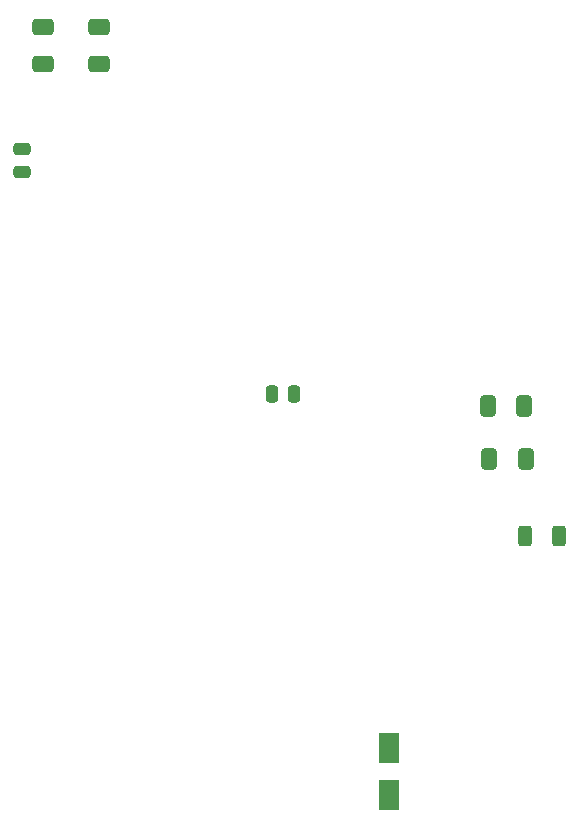
<source format=gbr>
%TF.GenerationSoftware,KiCad,Pcbnew,(6.0.0)*%
%TF.CreationDate,2022-08-23T11:31:33-04:00*%
%TF.ProjectId,Impedance_Analyzer_V2,496d7065-6461-46e6-9365-5f416e616c79,rev?*%
%TF.SameCoordinates,Original*%
%TF.FileFunction,Paste,Bot*%
%TF.FilePolarity,Positive*%
%FSLAX46Y46*%
G04 Gerber Fmt 4.6, Leading zero omitted, Abs format (unit mm)*
G04 Created by KiCad (PCBNEW (6.0.0)) date 2022-08-23 11:31:33*
%MOMM*%
%LPD*%
G01*
G04 APERTURE LIST*
G04 Aperture macros list*
%AMRoundRect*
0 Rectangle with rounded corners*
0 $1 Rounding radius*
0 $2 $3 $4 $5 $6 $7 $8 $9 X,Y pos of 4 corners*
0 Add a 4 corners polygon primitive as box body*
4,1,4,$2,$3,$4,$5,$6,$7,$8,$9,$2,$3,0*
0 Add four circle primitives for the rounded corners*
1,1,$1+$1,$2,$3*
1,1,$1+$1,$4,$5*
1,1,$1+$1,$6,$7*
1,1,$1+$1,$8,$9*
0 Add four rect primitives between the rounded corners*
20,1,$1+$1,$2,$3,$4,$5,0*
20,1,$1+$1,$4,$5,$6,$7,0*
20,1,$1+$1,$6,$7,$8,$9,0*
20,1,$1+$1,$8,$9,$2,$3,0*%
G04 Aperture macros list end*
%ADD10RoundRect,0.250000X-0.475000X0.250000X-0.475000X-0.250000X0.475000X-0.250000X0.475000X0.250000X0*%
%ADD11RoundRect,0.250000X0.250000X0.475000X-0.250000X0.475000X-0.250000X-0.475000X0.250000X-0.475000X0*%
%ADD12RoundRect,0.250000X0.312500X0.625000X-0.312500X0.625000X-0.312500X-0.625000X0.312500X-0.625000X0*%
%ADD13RoundRect,0.250000X-0.650000X0.412500X-0.650000X-0.412500X0.650000X-0.412500X0.650000X0.412500X0*%
%ADD14RoundRect,0.250000X-0.412500X-0.650000X0.412500X-0.650000X0.412500X0.650000X-0.412500X0.650000X0*%
%ADD15R,1.800000X2.500000*%
G04 APERTURE END LIST*
D10*
%TO.C,C20*%
X102000000Y-80300000D03*
X102000000Y-82200000D03*
%TD*%
D11*
%TO.C,C21*%
X125000000Y-101000000D03*
X123100000Y-101000000D03*
%TD*%
D12*
%TO.C,R16*%
X147462500Y-113000000D03*
X144537500Y-113000000D03*
%TD*%
D13*
%TO.C,C12*%
X108500000Y-69937500D03*
X108500000Y-73062500D03*
%TD*%
%TO.C,C11*%
X103750000Y-69937500D03*
X103750000Y-73062500D03*
%TD*%
D14*
%TO.C,C13*%
X141387500Y-102000000D03*
X144512500Y-102000000D03*
%TD*%
%TO.C,C2*%
X141487500Y-106500000D03*
X144612500Y-106500000D03*
%TD*%
D15*
%TO.C,D6*%
X133000000Y-135000000D03*
X133000000Y-131000000D03*
%TD*%
M02*

</source>
